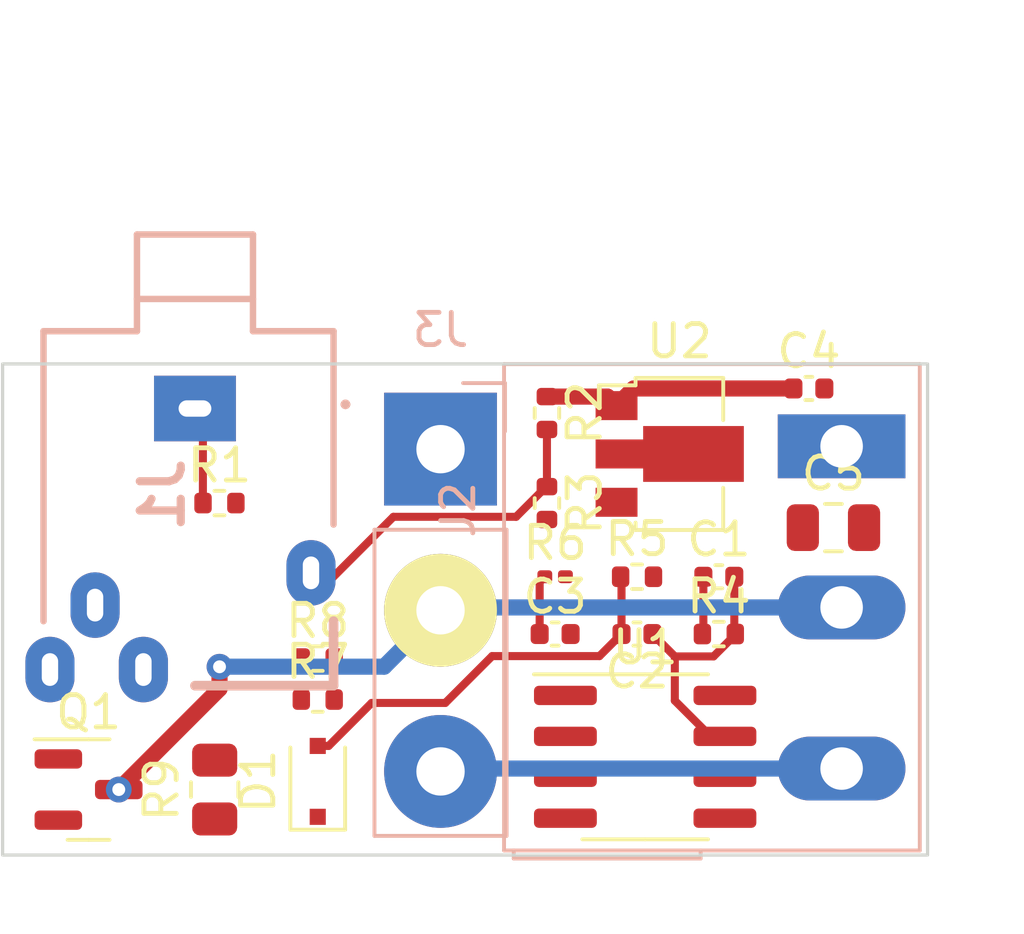
<source format=kicad_pcb>
(kicad_pcb (version 20211014) (generator pcbnew)
  (title_block (title "AutoStart") (date "2022-03-24") (rev "Version 2.0.0") (company "El-Tek Trafikteknik, I/S") (comment 1 "From THT to SMD Mounts"))
  (layers (0 "F.Cu" signal) (31 "B.Cu" signal) (34 "B.Paste" user) (35 "F.Paste" user) (36 "B.SilkS" user "B.Silkscreen") (37 "F.SilkS" user "F.Silkscreen") (38 "B.Mask" user) (39 "F.Mask" user) (44 "Edge.Cuts" user))
  (net 0 "")
  (net 1 "Net-(C1-Pad1)")
  (net 2 "Net-(C1-Pad2)")
  (net 3 "Net-(C2-Pad2)")
  (net 4 "Net-(C3-Pad1)")
  (net 5 "GND")
  (net 6 "VCC")
  (net 7 "VS")
  (net 8 "Net-(J1-Pad1)")
  (net 9 "Net-(J1-Pad2)")
  (net 12 "Net-(J2-Pad2)")
  (net 13 "Net-(Q1-Pad1)")
  (net 14 "Net-(R7-Pad2)")
  (net 15 "Net-(R9-Pad1)")
  (footprint "Capacitor_SMD:C_0402_1005Metric" (layer "F.Cu") (at 182.88 76.708 180)
    (fp_text reference "C2" (at 0 -1.16) (layer "F.SilkS"))
    (fp_text value "C100nf_SMD" hide)
    (fp_line (start -0.107836 0.36) (end 0.107836 0.36) (layer "F.SilkS") (width 0.12))
    (fp_line (start -0.107836 -0.36) (end 0.107836 -0.36) (layer "F.SilkS") (width 0.12))
    (pad "1" smd roundrect locked (at -0.48 0 180) (size 0.56 0.62) (layers "F.Cu" "F.Paste" "F.Mask") (net 2 "Net-(C1-Pad2)"))
    (pad "2" smd roundrect locked (at 0.48 0 180) (size 0.56 0.62) (layers "F.Cu" "F.Paste" "F.Mask") (net 3 "Net-(C2-Pad2)"))
  )
  (footprint "Resistor_SMD:R_0402_1005Metric" (layer "F.Cu") (at 185.42 76.708)
    (fp_text reference "R4" (at 0 -1.17) (layer "F.SilkS"))
    (fp_text value "R330K_0.0625W" hide)
    (fp_line (start -0.153641 -0.38) (end 0.153641 -0.38) (layer "F.SilkS") (width 0.12))
    (fp_line (start -0.153641 0.38) (end 0.153641 0.38) (layer "F.SilkS") (width 0.12))
    (pad "1" smd roundrect locked (at -0.51 0) (size 0.54 0.64) (layers "F.Cu" "F.Paste" "F.Mask") (net 1 "Net-(C1-Pad1)"))
    (pad "2" smd roundrect locked (at 0.51 0) (size 0.54 0.64) (layers "F.Cu" "F.Paste" "F.Mask") (net 2 "Net-(C1-Pad2)"))
  )
  (footprint "Capacitor_SMD:C_0805_2012Metric" (layer "F.Cu") (at 188.976 73.406)
    (fp_text reference "C5" (at 0 -1.68) (layer "F.SilkS"))
    (fp_text value "C330nf_SMD")
    (fp_line (start -0.261252 0.735) (end 0.261252 0.735) (layer "F.SilkS") (width 0.12))
    (fp_line (start -0.261252 -0.735) (end 0.261252 -0.735) (layer "F.SilkS") (width 0.12))
    (pad "1" smd roundrect locked (at -0.95 0) (size 1 1.45) (layers "F.Cu" "F.Paste" "F.Mask") (net 7 "VS"))
    (pad "2" smd roundrect locked (at 0.95 0) (size 1 1.45) (layers "F.Cu" "F.Paste" "F.Mask") (net 5 "GND"))
  )
  (footprint "Resistor_SMD:R_0201_0603Metric" (layer "F.Cu") (at 180.34 74.93)
    (fp_text reference "R6" (at 0 -1.05) (layer "F.SilkS"))
    (fp_text value "R680K_0.1W" hide)
    (pad "1" smd roundrect locked (at -0.32 0) (size 0.46 0.4) (layers "F.Cu" "F.Mask") (net 4 "Net-(C3-Pad1)"))
    (pad "2" smd roundrect locked (at 0.32 0) (size 0.46 0.4) (layers "F.Cu" "F.Mask") (net 5 "GND"))
  )
  (footprint "Package_TO_SOT_SMD:SOT-89-3" (layer "F.Cu") (at 183.896 71.12)
    (fp_text reference "U2" (at 0.3 -3.5) (layer "F.SilkS"))
    (fp_text value "78L05G_SOT89")
    (fp_line (start 1.66 -2.36) (end 1.66 -1.05) (layer "F.SilkS") (width 0.12))
    (fp_line (start -1.06 -2.36) (end -1.06 -2.13) (layer "F.SilkS") (width 0.12))
    (fp_line (start -2.2 -2.13) (end -1.06 -2.13) (layer "F.SilkS") (width 0.12))
    (fp_line (start -1.06 2.36) (end -1.06 2.13) (layer "F.SilkS") (width 0.12))
    (fp_line (start 1.66 2.36) (end -1.06 2.36) (layer "F.SilkS") (width 0.12))
    (fp_line (start 1.66 1.05) (end 1.66 2.36) (layer "F.SilkS") (width 0.12))
    (fp_line (start -1.06 -2.36) (end 1.66 -2.36) (layer "F.SilkS") (width 0.12))
    (pad "1" smd rect locked (at -1.65 -1.5) (size 1.3 0.9) (layers "F.Cu" "F.Paste" "F.Mask") (net 6 "VCC"))
    (pad "2" smd custom locked (at -1.5625 0) (size 1.475 0.9) (layers "F.Cu" "F.Paste" "F.Mask") (net 5 "GND") (options (clearance outline) (anchor rect)) (primitives (gr_poly (pts (xy 3.8625 0.8665) (xy 0.7375 0.8665) (xy 0.7375 -0.8665) (xy 3.8625 -0.8665)) (width 0) (fill yes))))
    (pad "3" smd rect locked (at -1.65 1.5) (size 1.3 0.9) (layers "F.Cu" "F.Paste" "F.Mask") (net 7 "VS"))
  )
  (footprint "Local_Connectors:AUDIO_JACK_ASJ-195-L-HT-(Backside_Mount)" (layer "F.Cu") (at 169.164 67.31 90)
    (fp_text reference "J1" (at -5.08 -1.016 90) (layer "B.SilkS") (effects (font (size 1.27 1.27) (thickness 0.254)) (justify mirror)))
    (fp_text value "AudioJack3_Switch" hide)
    (fp_line (start 0 -4.7) (end -9 -4.7) (layer "B.SilkS") (width 0.2))
    (fp_line (start 3 -1.8) (end 3 1.8) (layer "B.SilkS") (width 0.2))
    (fp_line (start -2.28 4.62) (end -2.28 4.62) (layer "B.SilkS") (width 0.2))
    (fp_line (start 0 -1.8) (end 3 -1.8) (layer "B.SilkS") (width 0.2))
    (fp_line (start 0 1.8) (end 0 4.3) (layer "B.SilkS") (width 0.2))
    (fp_line (start 0 -1.8) (end 0 -4.7) (layer "B.SilkS") (width 0.2))
    (fp_line (start -11 4.3) (end -11 0) (layer "B.SilkS") (width 0.3))
    (fp_line (start 3 1.8) (end 0 1.8) (layer "B.SilkS") (width 0.2))
    (fp_line (start -6 4.3) (end 0 4.3) (layer "B.SilkS") (width 0.2))
    (fp_line (start -2.28 4.72) (end -2.28 4.72) (layer "B.SilkS") (width 0.2))
    (fp_line (start -9 4.3) (end -11 4.3) (layer "B.SilkS") (width 0.3))
    (fp_line (start 1 -1.8) (end 1 1.8) (layer "B.SilkS") (width 0.2))
    (fp_line (start -2.28 4.72) (end -2.28 4.72) (layer "B.SilkS") (width 0.2))
    (fp_arc (start -2.27 4.72) (mid -2.32 4.67) (end -2.27 4.62) (layer "B.SilkS") (width 0.2))
    (fp_arc (start -2.27 4.62) (mid -2.22 4.67) (end -2.27 4.72) (layer "B.SilkS") (width 0.2))
    (fp_arc (start -2.27 4.72) (mid -2.32 4.67) (end -2.27 4.62) (layer "B.SilkS") (width 0.2))
    (pad "" np_thru_hole circle (at -3.5 -3.5 90) (size 1.3 1.3) (drill 1.3) (layers F&B.Cu *.Mask))
    (pad "" np_thru_hole circle (at -3.5 3 90) (size 1.3 1.3) (drill 1.3) (layers F&B.Cu *.Mask))
    (pad "1" thru_hole rect (at -2.4 0 90) (size 2.032 2.54) (drill oval 0.508 1.016) (layers *.Cu *.Mask) (net 8 "Net-(J1-Pad1)"))
    (pad "2" thru_hole oval (at -7.5 3.6 90) (size 2.032 1.524) (drill oval 1.016 0.508) (layers *.Cu *.Mask) (net 9 "Net-(J1-Pad2)"))
    (pad "3" thru_hole oval (at -10.5 -1.6 90) (size 2.032 1.524) (drill oval 1.016 0.508) (layers *.Cu *.Mask))
    (pad "5" thru_hole oval (at -8.5 -3.1 90) (size 2.032 1.524) (drill oval 1.016 0.508) (layers *.Cu *.Mask) (net 5 "GND"))
    (pad "6" thru_hole oval (at -10.5 -4.5 90) (size 2.032 1.524) (drill oval 1.016 0.508) (layers *.Cu *.Mask))
  )
  (footprint "Resistor_SMD:R_0402_1005Metric" (layer "F.Cu") (at 172.974 77.47)
    (fp_text reference "R8" (at 0 -1.17) (layer "F.SilkS"))
    (fp_text value "R33K_0.0625W" hide)
    (fp_line (start -0.153641 0.38) (end 0.153641 0.38) (layer "F.SilkS") (width 0.12))
    (fp_line (start -0.153641 -0.38) (end 0.153641 -0.38) (layer "F.SilkS") (width 0.12))
    (pad "1" smd roundrect locked (at -0.51 0) (size 0.54 0.64) (layers "F.Cu" "F.Paste" "F.Mask") (net 14 "Net-(R7-Pad2)"))
    (pad "2" smd roundrect locked (at 0.51 0) (size 0.54 0.64) (layers "F.Cu" "F.Paste" "F.Mask") (net 5 "GND"))
  )
  (footprint "Capacitor_SMD:C_0402_1005Metric" (layer "F.Cu") (at 188.214 69.088)
    (fp_text reference "C4" (at 0 -1.16) (layer "F.SilkS"))
    (fp_text value "C100nf_SMD" hide)
    (fp_line (start -0.107836 -0.36) (end 0.107836 -0.36) (layer "F.SilkS") (width 0.12))
    (fp_line (start -0.107836 0.36) (end 0.107836 0.36) (layer "F.SilkS") (width 0.12))
    (pad "1" smd roundrect locked (at -0.48 0) (size 0.56 0.62) (layers "F.Cu" "F.Paste" "F.Mask") (net 6 "VCC"))
    (pad "2" smd roundrect locked (at 0.48 0) (size 0.56 0.62) (layers "F.Cu" "F.Paste" "F.Mask") (net 5 "GND"))
  )
  (footprint "Capacitor_SMD:C_0402_1005Metric" (layer "F.Cu") (at 185.42 74.93)
    (fp_text reference "C1" (at 0 -1.16) (layer "F.SilkS"))
    (fp_text value "C10nf_SMD" hide)
    (fp_line (start -0.107836 -0.36) (end 0.107836 -0.36) (layer "F.SilkS") (width 0.12))
    (fp_line (start -0.107836 0.36) (end 0.107836 0.36) (layer "F.SilkS") (width 0.12))
    (pad "1" smd roundrect locked (at -0.48 0) (size 0.56 0.62) (layers "F.Cu" "F.Paste" "F.Mask") (net 1 "Net-(C1-Pad1)"))
    (pad "2" smd roundrect locked (at 0.48 0) (size 0.56 0.62) (layers "F.Cu" "F.Paste" "F.Mask") (net 2 "Net-(C1-Pad2)"))
  )
  (footprint "Local_Project_Connectors_Library:PinHeader_1x03_P_5mm_Vertical-(Backside_Mount)" (layer "F.Cu") (at 176.784 70.971)
    (fp_text reference "J3" (at 0 -3.7) (layer "B.SilkS") (effects (justify mirror)))
    (fp_text value "Conn_01x03_Male")
    (fp_line (start 2 -2.05) (end 0.7 -2.05) (layer "B.SilkS") (width 0.12))
    (fp_line (start 2.05 2.5) (end 2.05 12) (layer "B.SilkS") (width 0.12))
    (fp_line (start 2 -0.55) (end 2 -2.05) (layer "B.SilkS") (width 0.12))
    (fp_line (start 2.05 2.5) (end -2.05 2.5) (layer "B.SilkS") (width 0.12))
    (fp_line (start -2.05 2.5) (end -2.05 12) (layer "B.SilkS") (width 0.12))
    (fp_line (start 2.05 12) (end -2.05 12) (layer "B.SilkS") (width 0.12))
    (pad "1" thru_hole rect (at 0 0) (size 3.5 3.5) (drill 1.5) (layers *.Cu *.Mask) (net 5 "GND"))
    (pad "2" thru_hole circle (at 0 5) (size 3.5 3.5) (drill 1.5) (layers *.Cu *.Mask "F.SilkS") (net 12 "Net-(J2-Pad2)"))
    (pad "3" thru_hole circle (at 0 10) (size 3.5 3.5) (drill 1.5) (layers *.Cu *.Mask) (net 7 "VS"))
  )
  (footprint "Diode_SMD:D_SOD-323F" (layer "F.Cu") (at 172.974 81.28 90)
    (fp_text reference "D1" (at 0 -1.85 90) (layer "F.SilkS"))
    (fp_text value "1N4148WS" hide)
    (fp_line (start -1.5 0.85) (end 1.05 0.85) (layer "F.SilkS") (width 0.12))
    (fp_line (start -1.5 -0.85) (end 1.05 -0.85) (layer "F.SilkS") (width 0.12))
    (fp_line (start -1.5 -0.85) (end -1.5 0.85) (layer "F.SilkS") (width 0.12))
    (pad "1" smd rect locked (at -1.1 0 90) (size 0.5 0.5) (layers "F.Cu" "F.Paste" "F.Mask") (net 4 "Net-(C3-Pad1)"))
    (pad "2" smd rect locked (at 1.1 0 90) (size 0.5 0.5) (layers "F.Cu" "F.Paste" "F.Mask") (net 3 "Net-(C2-Pad2)"))
  )
  (footprint "Package_TO_SOT_SMD:SOT-23" (layer "F.Cu") (at 165.862 81.534)
    (fp_text reference "Q1" (at 0 -2.4) (layer "F.SilkS"))
    (fp_text value "S8050_SOT23" hide)
    (fp_line (start 0 1.56) (end 0.65 1.56) (layer "F.SilkS") (width 0.12))
    (fp_line (start 0 -1.56) (end 0.65 -1.56) (layer "F.SilkS") (width 0.12))
    (fp_line (start 0 -1.56) (end -1.675 -1.56) (layer "F.SilkS") (width 0.12))
    (fp_line (start 0 1.56) (end -0.65 1.56) (layer "F.SilkS") (width 0.12))
    (pad "1" smd roundrect locked (at -0.9375 -0.95) (size 1.475 0.6) (layers "F.Cu" "F.Paste" "F.Mask") (net 13 "Net-(Q1-Pad1)"))
    (pad "2" smd roundrect locked (at -0.9375 0.95) (size 1.475 0.6) (layers "F.Cu" "F.Paste" "F.Mask") (net 5 "GND"))
    (pad "3" smd roundrect locked (at 0.9375 0) (size 1.475 0.6) (layers "F.Cu" "F.Paste" "F.Mask") (net 12 "Net-(J2-Pad2)"))
  )
  (footprint "Resistor_SMD:R_0402_1005Metric" (layer "F.Cu") (at 180.086 72.644 -90)
    (fp_text reference "R3" (at 0 -1.17 90) (layer "F.SilkS"))
    (fp_text value "R10K_0.0625W" hide)
    (fp_line (start -0.153641 0.38) (end 0.153641 0.38) (layer "F.SilkS") (width 0.12))
    (fp_line (start -0.153641 -0.38) (end 0.153641 -0.38) (layer "F.SilkS") (width 0.12))
    (pad "1" smd roundrect locked (at -0.51 0 270) (size 0.54 0.64) (layers "F.Cu" "F.Paste" "F.Mask") (net 9 "Net-(J1-Pad2)"))
    (pad "2" smd roundrect locked (at 0.51 0 270) (size 0.54 0.64) (layers "F.Cu" "F.Paste" "F.Mask") (net 5 "GND"))
  )
  (footprint "Package_SO:SOIC-8_3.9x4.9mm_P1.27mm" (layer "F.Cu") (at 183.134 80.518)
    (fp_text reference "U1" (at 0 -3.4) (layer "F.SilkS"))
    (fp_text value "LM358DR2G")
    (fp_line (start 0 -2.56) (end 1.95 -2.56) (layer "F.SilkS") (width 0.12))
    (fp_line (start 0 2.56) (end -1.95 2.56) (layer "F.SilkS") (width 0.12))
    (fp_line (start 0 2.56) (end 1.95 2.56) (layer "F.SilkS") (width 0.12))
    (fp_line (start 0 -2.56) (end -3.45 -2.56) (layer "F.SilkS") (width 0.12))
    (pad "1" smd roundrect locked (at -2.475 -1.905) (size 1.95 0.6) (layers "F.Cu" "F.Paste" "F.Mask") (net 15 "Net-(R9-Pad1)"))
    (pad "2" smd roundrect locked (at -2.475 -0.635) (size 1.95 0.6) (layers "F.Cu" "F.Paste" "F.Mask") (net 14 "Net-(R7-Pad2)"))
    (pad "3" smd roundrect locked (at -2.475 0.635) (size 1.95 0.6) (layers "F.Cu" "F.Paste" "F.Mask") (net 4 "Net-(C3-Pad1)"))
    (pad "4" smd roundrect locked (at -2.475 1.905) (size 1.95 0.6) (layers "F.Cu" "F.Paste" "F.Mask") (net 5 "GND"))
    (pad "5" smd roundrect locked (at 2.475 1.905) (size 1.95 0.6) (layers "F.Cu" "F.Paste" "F.Mask") (net 1 "Net-(C1-Pad1)"))
    (pad "6" smd roundrect locked (at 2.475 0.635) (size 1.95 0.6) (layers "F.Cu" "F.Paste" "F.Mask") (net 9 "Net-(J1-Pad2)"))
    (pad "7" smd roundrect locked (at 2.475 -0.635) (size 1.95 0.6) (layers "F.Cu" "F.Paste" "F.Mask") (net 2 "Net-(C1-Pad2)"))
    (pad "8" smd roundrect locked (at 2.475 -1.905) (size 1.95 0.6) (layers "F.Cu" "F.Paste" "F.Mask") (net 6 "VCC"))
  )
  (footprint "Resistor_SMD:R_0402_1005Metric" (layer "F.Cu") (at 182.882 74.93)
    (fp_text reference "R5" (at 0 -1.17) (layer "F.SilkS"))
    (fp_text value "R100K_0.0625W" hide)
    (fp_line (start -0.153641 0.38) (end 0.153641 0.38) (layer "F.SilkS") (width 0.12))
    (fp_line (start -0.153641 -0.38) (end 0.153641 -0.38) (layer "F.SilkS") (width 0.12))
    (pad "1" smd roundrect locked (at -0.51 0) (size 0.54 0.64) (layers "F.Cu" "F.Paste" "F.Mask") (net 3 "Net-(C2-Pad2)"))
    (pad "2" smd roundrect locked (at 0.51 0) (size 0.54 0.64) (layers "F.Cu" "F.Paste" "F.Mask") (net 5 "GND"))
  )
  (footprint "Capacitor_SMD:C_0402_1005Metric" (layer "F.Cu") (at 180.34 76.708)
    (fp_text reference "C3" (at 0 -1.16) (layer "F.SilkS"))
    (fp_text value "C100nf_SMD" hide)
    (fp_line (start -0.107836 -0.36) (end 0.107836 -0.36) (layer "F.SilkS") (width 0.12))
    (fp_line (start -0.107836 0.36) (end 0.107836 0.36) (layer "F.SilkS") (width 0.12))
    (pad "1" smd roundrect locked (at -0.48 0) (size 0.56 0.62) (layers "F.Cu" "F.Paste" "F.Mask") (net 4 "Net-(C3-Pad1)"))
    (pad "2" smd roundrect locked (at 0.48 0) (size 0.56 0.62) (layers "F.Cu" "F.Paste" "F.Mask") (net 5 "GND"))
  )
  (footprint "Resistor_SMD:R_0402_1005Metric" (layer "F.Cu") (at 172.974 78.74)
    (fp_text reference "R7" (at 0 -1.17) (layer "F.SilkS"))
    (fp_text value "R150K_0.0625W" hide)
    (fp_line (start -0.153641 0.38) (end 0.153641 0.38) (layer "F.SilkS") (width 0.12))
    (fp_line (start -0.153641 -0.38) (end 0.153641 -0.38) (layer "F.SilkS") (width 0.12))
    (pad "1" smd roundrect locked (at -0.51 0) (size 0.54 0.64) (layers "F.Cu" "F.Paste" "F.Mask") (net 6 "VCC"))
    (pad "2" smd roundrect locked (at 0.51 0) (size 0.54 0.64) (layers "F.Cu" "F.Paste" "F.Mask") (net 14 "Net-(R7-Pad2)"))
  )
  (footprint "Local_Connectors:Phoenix_TERM_BLOCK_3POS_45DEG_5MM_PCB" (layer "F.Cu") (at 189.23 70.8823 -90)
    (fp_text reference "J2" (at 1.9704 11.8996 90) (layer "B.SilkS"))
    (fp_text value "Screw_Terminal_01x03-Connector")
    (fp_line (start 12.5424 10.1748) (end 12.7924 10.1748) (layer "B.SilkS") (width 0.12))
    (fp_line (start -2.55 -2.4252) (end -2.55 10.4748) (layer "B.SilkS") (width 0.12))
    (fp_line (start 12.7924 4.3748) (end 12.5424 4.3748) (layer "B.SilkS") (width 0.12))
    (fp_line (start 12.5424 -2.4252) (end -2.55 -2.4252) (layer "B.SilkS") (width 0.12))
    (fp_line (start 12.7924 10.1748) (end 12.7924 4.3748) (layer "B.SilkS") (width 0.12))
    (fp_line (start -2.55 10.4748) (end 12.5424 10.4748) (layer "B.SilkS") (width 0.12))
    (fp_line (start 12.5424 10.1748) (end 12.5424 4.3748) (layer "B.SilkS") (width 0.12))
    (fp_line (start 12.5424 4.3748) (end 12.5424 -2.4252) (layer "B.SilkS") (width 0.12))
    (fp_line (start 12.5424 10.4748) (end 12.5424 10.1748) (layer "B.SilkS") (width 0.12))
    (pad "1" thru_hole rect locked (at 0 0 270) (size 1.98 3.96) (drill 1.32) (layers *.Cu *.Mask "F.Paste") (net 5 "GND"))
    (pad "2" thru_hole oval locked (at 5 0 270) (size 1.98 3.96) (drill 1.32) (layers *.Cu *.Mask "F.Paste") (net 12 "Net-(J2-Pad2)"))
    (pad "3" thru_hole oval locked (at 10 0 270) (size 1.98 3.96) (drill 1.32) (layers *.Cu *.Mask "F.Paste") (net 7 "VS"))
  )
  (footprint "Resistor_SMD:R_0402_1005Metric" (layer "F.Cu") (at 180.086 69.85 -90)
    (fp_text reference "R2" (at 0 -1.17 90) (layer "F.SilkS"))
    (fp_text value "R10K_0.0625W" hide)
    (fp_line (start -0.153641 -0.38) (end 0.153641 -0.38) (layer "F.SilkS") (width 0.12))
    (fp_line (start -0.153641 0.38) (end 0.153641 0.38) (layer "F.SilkS") (width 0.12))
    (pad "1" smd roundrect locked (at -0.51 0 270) (size 0.54 0.64) (layers "F.Cu" "F.Paste" "F.Mask") (net 6 "VCC"))
    (pad "2" smd roundrect locked (at 0.51 0 270) (size 0.54 0.64) (layers "F.Cu" "F.Paste" "F.Mask") (net 9 "Net-(J1-Pad2)"))
  )
  (footprint "Resistor_SMD:R_0402_1005Metric" (layer "F.Cu") (at 169.924 72.644)
    (fp_text reference "R1" (at 0 -1.17) (layer "F.SilkS"))
    (fp_text value "R10K_0.0625W" hide)
    (fp_line (start -0.153641 0.38) (end 0.153641 0.38) (layer "F.SilkS") (width 0.12))
    (fp_line (start -0.153641 -0.38) (end 0.153641 -0.38) (layer "F.SilkS") (width 0.12))
    (pad "1" smd roundrect locked (at -0.51 0) (size 0.54 0.64) (layers "F.Cu" "F.Paste" "F.Mask") (net 8 "Net-(J1-Pad1)"))
    (pad "2" smd roundrect locked (at 0.51 0) (size 0.54 0.64) (layers "F.Cu" "F.Paste" "F.Mask") (net 1 "Net-(C1-Pad1)"))
  )
  (footprint "Resistor_SMD:R_0805_2012Metric" (layer "F.Cu") (at 169.7755 81.534 90)
    (fp_text reference "R9" (at 0 -1.65 90) (layer "F.SilkS"))
    (fp_text value "R180_0.125W" hide)
    (fp_line (start -0.227064 0.735) (end 0.227064 0.735) (layer "F.SilkS") (width 0.12))
    (fp_line (start -0.227064 -0.735) (end 0.227064 -0.735) (layer "F.SilkS") (width 0.12))
    (pad "1" smd roundrect locked (at -0.9125 0 90) (size 1.025 1.4) (layers "F.Cu" "F.Paste" "F.Mask") (roundrect_rratio 0.243902) (net 15 "Net-(R9-Pad1)"))
    (pad "2" smd roundrect locked (at 0.9125 0 90) (size 1.025 1.4) (layers "F.Cu" "F.Paste" "F.Mask") (roundrect_rratio 0.243902) (net 13 "Net-(Q1-Pad1)"))
  )
  (gr_rect (start 191.897 83.566) (end 163.195 68.326) (layer "Edge.Cuts") (width 0.1) (fill none))
  (segment (start 184.94 76.678) (end 184.91 76.708) (width 0.25) (layer "F.Cu") (net 1))
  (segment (start 184.94 74.93) (end 184.94 76.678) (width 0.25) (layer "F.Cu") (net 1))
  (segment (start 185.93 76.72857) (end 185.25605 77.40252) (width 0.25) (layer "F.Cu") (net 2))
  (segment (start 185.162217 79.883) (end 184.05452 78.775303) (width 0.25) (layer "F.Cu") (net 2))
  (segment (start 185.9 76.678) (end 185.93 76.708) (width 0.25) (layer "F.Cu") (net 2))
  (segment (start 185.9 74.93) (end 185.9 76.678) (width 0.25) (layer "F.Cu") (net 2))
  (segment (start 185.25605 77.40252) (end 184.05452 77.40252) (width 0.25) (layer "F.Cu") (net 2))
  (segment (start 185.609 79.883) (end 185.162217 79.883) (width 0.25) (layer "F.Cu") (net 2))
  (segment (start 184.05452 78.775303) (end 184.05452 77.40252) (width 0.25) (layer "F.Cu") (net 2))
  (segment (start 185.93 76.708) (end 185.93 76.72857) (width 0.25) (layer "F.Cu") (net 2))
  (segment (start 184.05452 77.40252) (end 183.36 76.708) (width 0.25) (layer "F.Cu") (net 2))
  (segment (start 178.38548 77.39252) (end 176.931511 78.846489) (width 0.25) (layer "F.Cu") (net 3))
  (segment (start 182.4 76.708) (end 181.71548 77.39252) (width 0.25) (layer "F.Cu") (net 3))
  (segment (start 181.71548 77.39252) (end 178.38548 77.39252) (width 0.25) (layer "F.Cu") (net 3))
  (segment (start 182.4 76.708) (end 182.4 74.958) (width 0.25) (layer "F.Cu") (net 3))
  (segment (start 182.372 76.708) (end 182.4 76.708) (width 0.25) (layer "F.Cu") (net 3))
  (segment (start 173.312 80.18) (end 172.974 80.18) (width 0.25) (layer "F.Cu") (net 3))
  (segment (start 182.4 74.958) (end 182.372 74.93) (width 0.25) (layer "F.Cu") (net 3))
  (segment (start 174.645511 78.846489) (end 173.312 80.18) (width 0.25) (layer "F.Cu") (net 3))
  (segment (start 176.931511 78.846489) (end 174.645511 78.846489) (width 0.25) (layer "F.Cu") (net 3))
  (segment (start 179.86 75.09) (end 180.02 74.93) (width 0.25) (layer "F.Cu") (net 4))
  (segment (start 179.86 76.708) (end 179.86 75.09) (width 0.25) (layer "F.Cu") (net 4))
  (segment (start 189.926 71.5783) (end 189.23 70.8823) (width 0.5) (layer "F.Cu") (net 5))
  (segment (start 182.246 69.62) (end 182.778 69.088) (width 0.5) (layer "F.Cu") (net 6))
  (segment (start 181.966 69.34) (end 180.086 69.34) (width 0.5) (layer "F.Cu") (net 6))
  (segment (start 182.246 69.62) (end 181.966 69.34) (width 0.5) (layer "F.Cu") (net 6))
  (segment (start 182.778 69.088) (end 187.734 69.088) (width 0.5) (layer "F.Cu") (net 6))
  (segment (start 189.23 80.8823) (end 190.3563 80.8823) (width 0.25) (layer "F.Cu") (net 7))
  (segment (start 190.3563 80.8823) (end 190.754 81.28) (width 0.25) (layer "F.Cu") (net 7))
  (segment (start 189.23 80.8823) (end 176.8727 80.8823) (width 0.5) (layer "B.Cu") (net 7))
  (segment (start 176.8727 80.8823) (end 176.784 80.971) (width 0.5) (layer "B.Cu") (net 7))
  (segment (start 169.41 72.64) (end 169.414 72.644) (width 0.25) (layer "F.Cu") (net 8))
  (segment (start 169.41 70.282) (end 169.41 72.64) (width 0.25) (layer "F.Cu") (net 8))
  (segment (start 173.01 75.382) (end 175.321489 73.070511) (width 0.25) (layer "F.Cu") (net 9))
  (segment (start 179.128919 73.070511) (end 180.06543 72.134) (width 0.25) (layer "F.Cu") (net 9))
  (segment (start 175.321489 73.070511) (end 179.128919 73.070511) (width 0.25) (layer "F.Cu") (net 9))
  (segment (start 180.06543 72.134) (end 180.086 72.134) (width 0.25) (layer "F.Cu") (net 9))
  (segment (start 180.086 72.134) (end 180.086 70.36) (width 0.25) (layer "F.Cu") (net 9))
  (segment (start 169.926 77.724) (end 169.926 78.4075) (width 0.5) (layer "F.Cu") (net 12))
  (segment (start 169.926 78.4075) (end 166.7995 81.534) (width 0.5) (layer "F.Cu") (net 12))
  (via (at 166.7995 81.534) (size 0.8) (drill 0.4) (layers "F.Cu" "B.Cu") (net 12))
  (via (at 169.926 77.724) (size 0.8) (drill 0.4) (layers "F.Cu" "B.Cu") (net 12))
  (segment (start 176.8727 75.8823) (end 176.784 75.971) (width 0.5) (layer "B.Cu") (net 12))
  (segment (start 175.034001 77.720999) (end 169.929001 77.720999) (width 0.5) (layer "B.Cu") (net 12))
  (segment (start 176.784 75.971) (end 175.034001 77.720999) (width 0.5) (layer "B.Cu") (net 12))
  (segment (start 169.929001 77.720999) (end 169.926 77.724) (width 0.5) (layer "B.Cu") (net 12))
  (segment (start 189.23 75.8823) (end 176.8727 75.8823) (width 0.5) (layer "B.Cu") (net 12))
)
</source>
